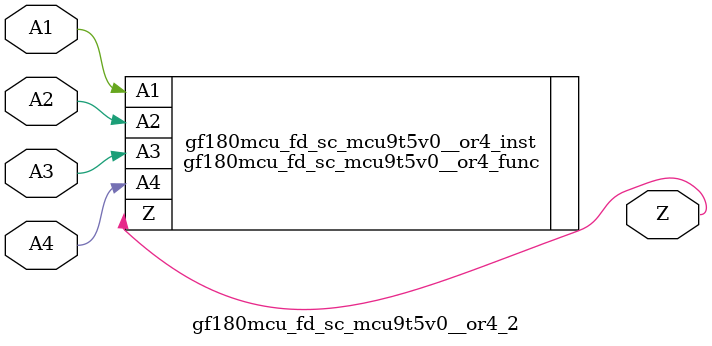
<source format=v>

`ifndef GF180MCU_FD_SC_MCU9T5V0__OR4_2_V
`define GF180MCU_FD_SC_MCU9T5V0__OR4_2_V

`include "gf180mcu_fd_sc_mcu9t5v0__or4_func.v"

`ifdef USE_POWER_PINS
module gf180mcu_fd_sc_mcu9t5v0__or4_2( A1, A2, A3, A4, Z, VDD, VSS );
inout VDD, VSS;
`else // If not USE_POWER_PINS
module gf180mcu_fd_sc_mcu9t5v0__or4_2( A1, A2, A3, A4, Z );
`endif // If not USE_POWER_PINS
input A1, A2, A3, A4;
output Z;

`ifdef USE_POWER_PINS
  gf180mcu_fd_sc_mcu9t5v0__or4_func gf180mcu_fd_sc_mcu9t5v0__or4_inst(.A1(A1),.A2(A2),.A3(A3),.A4(A4),.Z(Z),.VDD(VDD),.VSS(VSS));
`else // If not USE_POWER_PINS
  gf180mcu_fd_sc_mcu9t5v0__or4_func gf180mcu_fd_sc_mcu9t5v0__or4_inst(.A1(A1),.A2(A2),.A3(A3),.A4(A4),.Z(Z));
`endif // If not USE_POWER_PINS

`ifndef FUNCTIONAL
	// spec_gates_begin


	// spec_gates_end



   specify

	// specify_block_begin

	// comb arc A1 --> Z
	 (A1 => Z) = (1.0,1.0);

	// comb arc A2 --> Z
	 (A2 => Z) = (1.0,1.0);

	// comb arc A3 --> Z
	 (A3 => Z) = (1.0,1.0);

	// comb arc A4 --> Z
	 (A4 => Z) = (1.0,1.0);

	// specify_block_end

   endspecify

   `endif

endmodule
`endif // GF180MCU_FD_SC_MCU9T5V0__OR4_2_V

</source>
